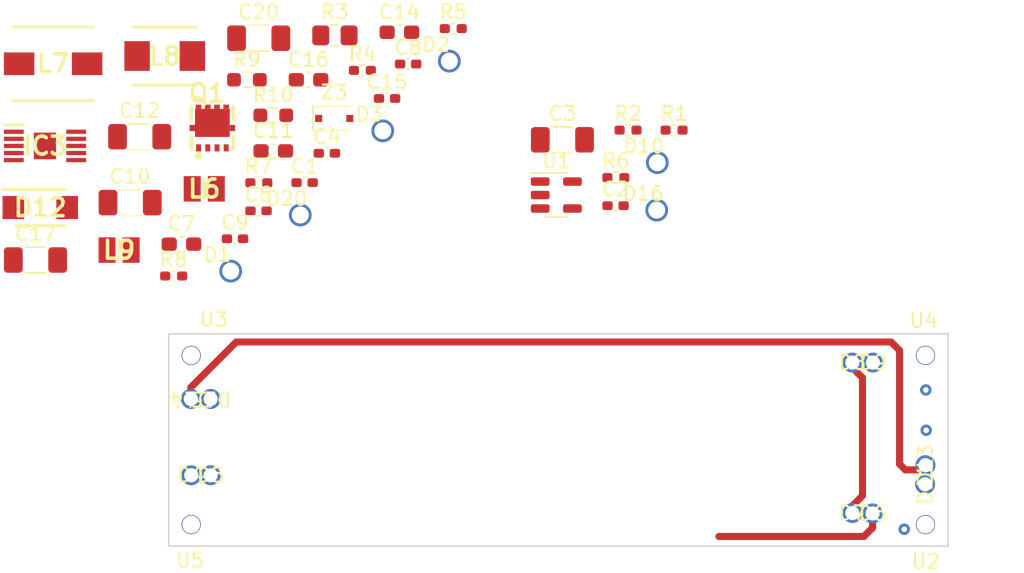
<source format=kicad_pcb>
(kicad_pcb (version 20211014) (generator pcbnew)
  (layers (0 "F.Cu" signal) (1 "In1.Cu" signal) (2 "In2.Cu" signal) (31 "B.Cu" signal) (34 "B.Paste" user) (35 "F.Paste" user) (36 "B.SilkS" user "B.Silkscreen") (37 "F.SilkS" user "F.Silkscreen") (38 "B.Mask" user) (39 "F.Mask" user) (44 "Edge.Cuts" user))
  (net 0 "")
  (net 1 "GND")
  (net 2 "Net-(C11-Pad1)")
  (net 3 "Net-(C4-Pad1)")
  (net 4 "Net-(C4-Pad2)")
  (net 5 "Net-(C6-Pad1)")
  (net 6 "Net-(C8-Pad2)")
  (net 7 "Net-(C9-Pad2)")
  (net 8 "Net-(C10-Pad1)")
  (net 9 "Net-(C14-Pad1)")
  (net 10 "Net-(C15-Pad1)")
  (net 11 "Net-(C17-Pad1)")
  (net 12 "Net-(C20-Pad1)")
  (net 13 "Net-(D4-Pad1)")
  (net 14 "Net-(D5-Pad1)")
  (net 15 "Net-(D7-Pad1)")
  (net 16 "Net-(D11-Pad1)")
  (net 17 "Net-(D12-Pad2)")
  (net 18 "Net-(D13-Pad1)")
  (net 19 "Net-(IC3-Pad3)")
  (net 20 "Net-(IC3-Pad8)")
  (net 21 "Net-(C1-Pad1)")
  (net 22 "Net-(C16-Pad1)")
  (net 23 "Net-(R3-Pad1)")
  (net 24 "Net-(L8-Pad1)")
  (net 25 "Net-(C2-Pad2)")
  (net 26 "Net-(L9-Pad1)")
  (net 27 "Net-(C3-Pad2)")
  (net 28 "Net-(Q1-Pad1)")
  (net 29 "Net-(Q1-Pad4)")
  (net 30 "Net-(IC1-Pad4)")
  (net 31 "Net-(IC1-Pad5)")
  (footprint "Flat_Wires_Pads:Wire_Hole_1mm" (layer "F.Cu") (at 102.9716 103.6574 180)
    (fp_text reference "D15" (at 0 0 180 unlocked) (layer "F.SilkS"))
    (fp_text value "Wire_Pad_01")
    (pad "1" thru_hole circle (at 0 0 180) (size 1.4 1.4) (drill 1) (layers *.Cu *.Mask) (net 27 "Net-(C3-Pad2)"))
  )
  (footprint "Capacitor_SMD:C_0402_1005Metric_Pad0.74x0.62mm_HandSolder" (layer "F.Cu") (at 104.691 92.352)
    (fp_text reference "C9" (at 0 -1.16) (layer "F.SilkS"))
    (fp_text value "C")
    (fp_line (start -0.115835 -0.36) (end 0.115835 -0.36) (layer "F.SilkS") (width 0.12))
    (fp_line (start -0.115835 0.36) (end 0.115835 0.36) (layer "F.SilkS") (width 0.12))
    (pad "1" smd roundrect (at -0.5675 0) (size 0.735 0.62) (layers "F.Cu" "F.Paste" "F.Mask") (net 23 "Net-(R3-Pad1)"))
    (pad "2" smd roundrect (at 0.5675 0) (size 0.735 0.62) (layers "F.Cu" "F.Paste" "F.Mask") (net 7 "Net-(C9-Pad2)"))
  )
  (footprint "libraries:WireHole_1p2" (layer "F.Cu") (at 134.4916 86.9826)
    (fp_text reference "D10" (at -0.95298 -1.169382 unlocked) (layer "F.SilkS"))
    (fp_text value "WireHole_1p5")
    (pad "1" thru_hole circle (at 0 0) (size 1.6 1.6) (drill 1.2) (layers *.Cu *.Mask) (net 23 "Net-(R3-Pad1)"))
  )
  (footprint "libraries:INDPM5752X300N" (layer "F.Cu") (at 91.856 80.002)
    (fp_text reference "L7" (at 0 0) (layer "F.SilkS") (effects (font (size 1.27 1.27) (thickness 0.254))))
    (fp_text value "SRP7050AA-220M" hide)
    (fp_line (start -2.85 2.6) (end 2.85 2.6) (layer "F.SilkS") (width 0.2))
    (fp_line (start 2.85 -2.6) (end -2.85 -2.6) (layer "F.SilkS") (width 0.2))
    (pad "1" smd rect locked (at -2.4 0 90) (size 1.6 2.15) (layers "F.Cu" "F.Paste" "F.Mask") (net 2 "Net-(C11-Pad1)"))
    (pad "2" smd rect locked (at 2.4 0 90) (size 1.6 2.15) (layers "F.Cu" "F.Paste" "F.Mask") (net 17 "Net-(D12-Pad2)"))
  )
  (footprint "Capacitor_SMD:C_0402_1005Metric_Pad0.74x0.62mm_HandSolder" (layer "F.Cu") (at 109.601 88.392)
    (fp_text reference "C1" (at 0 -1.16) (layer "F.SilkS"))
    (fp_text value "C")
    (fp_line (start -0.115835 0.36) (end 0.115835 0.36) (layer "F.SilkS") (width 0.12))
    (fp_line (start -0.115835 -0.36) (end 0.115835 -0.36) (layer "F.SilkS") (width 0.12))
    (pad "1" smd roundrect (at -0.5675 0) (size 0.735 0.62) (layers "F.Cu" "F.Paste" "F.Mask") (net 21 "Net-(C1-Pad1)"))
    (pad "2" smd roundrect (at 0.5675 0) (size 0.735 0.62) (layers "F.Cu" "F.Paste" "F.Mask") (net 23 "Net-(R3-Pad1)"))
  )
  (footprint "mount_holes:Hole_screw_M1p2" (layer "F.Cu") (at 153.416 112.522)
    (fp_text reference "U2" (at 0.0254 2.5908 unlocked) (layer "F.SilkS"))
    (fp_text value "Mounting_Hole_M2")
    (pad "1" thru_hole circle (at 0 0) (size 1.35 1.35) (drill 1.25) (layers *.Cu *.Mask) (net 1 "GND"))
  )
  (footprint "Capacitor_SMD:C_1206_3216Metric_Pad1.33x1.80mm_HandSolder" (layer "F.Cu") (at 127.7966 85.3676)
    (fp_text reference "C3" (at 0 -1.85) (layer "F.SilkS"))
    (fp_text value "C")
    (fp_line (start -0.711252 0.91) (end 0.711252 0.91) (layer "F.SilkS") (width 0.12))
    (fp_line (start -0.711252 -0.91) (end 0.711252 -0.91) (layer "F.SilkS") (width 0.12))
    (pad "1" smd roundrect (at -1.5625 0) (size 1.325 1.8) (layers "F.Cu" "F.Paste" "F.Mask") (roundrect_rratio 0.188679) (net 26 "Net-(L9-Pad1)"))
    (pad "2" smd roundrect (at 1.5625 0) (size 1.325 1.8) (layers "F.Cu" "F.Paste" "F.Mask") (roundrect_rratio 0.188679) (net 27 "Net-(C3-Pad2)"))
  )
  (footprint "libraries:WireHole_1p2" (layer "F.Cu") (at 119.816 79.817)
    (fp_text reference "D2" (at -0.95298 -1.169382 unlocked) (layer "F.SilkS"))
    (fp_text value "WireHole_1p5")
    (pad "1" thru_hole circle (at 0 0) (size 1.6 1.6) (drill 1.2) (layers *.Cu *.Mask) (net 8 "Net-(C10-Pad1)"))
  )
  (footprint "Flat_Wires_Pads:Wire_Hole_1mm" (layer "F.Cu") (at 102.9716 109.0422)
    (fp_text reference "D5" (at 0 0 unlocked) (layer "F.SilkS"))
    (fp_text value "Wire_Pad_01")
    (pad "1" thru_hole circle (at 0 0) (size 1.4 1.4) (drill 1) (layers *.Cu *.Mask) (net 14 "Net-(D5-Pad1)"))
  )
  (footprint "Resistor_SMD:R_0805_2012Metric_Pad1.20x1.40mm_HandSolder" (layer "F.Cu") (at 111.741 78.002)
    (fp_text reference "R3" (at 0 -1.65) (layer "F.SilkS"))
    (fp_text value "R")
    (fp_line (start -0.227064 0.735) (end 0.227064 0.735) (layer "F.SilkS") (width 0.12))
    (fp_line (start -0.227064 -0.735) (end 0.227064 -0.735) (layer "F.SilkS") (width 0.12))
    (pad "1" smd roundrect (at -1 0) (size 1.2 1.4) (layers "F.Cu" "F.Paste" "F.Mask") (roundrect_rratio 0.208333) (net 23 "Net-(R3-Pad1)"))
    (pad "2" smd roundrect (at 1 0) (size 1.2 1.4) (layers "F.Cu" "F.Paste" "F.Mask") (roundrect_rratio 0.208333) (net 13 "Net-(D4-Pad1)"))
  )
  (footprint "Flat_Wires_Pads:Wire_Hole_1mm" (layer "F.Cu") (at 148.2598 111.7092)
    (fp_text reference "D7" (at 0 0 unlocked) (layer "F.SilkS"))
    (fp_text value "Wire_Pad_01")
    (pad "1" thru_hole circle (at 0 0) (size 1.4 1.4) (drill 1) (layers *.Cu *.Mask) (net 15 "Net-(D7-Pad1)"))
  )
  (footprint "libraries:INDC2016X80N" (layer "F.Cu") (at 96.511 93.152)
    (fp_text reference "L9" (at 0 0) (layer "F.SilkS") (effects (font (size 1.27 1.27) (thickness 0.254))))
    (fp_text value "TFM201610ALC-R47MTAA" hide)
    (fp_line (start 0 -0.7) (end 0 0.7) (layer "F.SilkS") (width 0.2))
    (pad "1" smd rect locked (at -0.85 0) (size 1.2 1.8) (layers "F.Cu" "F.Paste" "F.Mask") (net 26 "Net-(L9-Pad1)"))
    (pad "2" smd rect locked (at 0.85 0) (size 1.2 1.8) (layers "F.Cu" "F.Paste" "F.Mask") (net 16 "Net-(D11-Pad1)"))
  )
  (footprint "libraries:WireHole_1p2" (layer "F.Cu") (at 109.296 90.677)
    (fp_text reference "D20" (at -0.95298 -1.169382 unlocked) (layer "F.SilkS"))
    (fp_text value "WireHole_1p5")
    (pad "1" thru_hole circle (at 0 0) (size 1.6 1.6) (drill 1.2) (layers *.Cu *.Mask) (net 19 "Net-(IC3-Pad3)"))
  )
  (footprint "Resistor_SMD:R_0603_1608Metric_Pad0.98x0.95mm_HandSolder" (layer "F.Cu") (at 107.391 83.642)
    (fp_text reference "R10" (at 0 -1.43) (layer "F.SilkS"))
    (fp_text value "R")
    (fp_line (start -0.254724 0.5225) (end 0.254724 0.5225) (layer "F.SilkS") (width 0.12))
    (fp_line (start -0.254724 -0.5225) (end 0.254724 -0.5225) (layer "F.SilkS") (width 0.12))
    (pad "1" smd roundrect (at -0.9125 0) (size 0.975 0.95) (layers "F.Cu" "F.Paste" "F.Mask") (net 28 "Net-(Q1-Pad1)"))
    (pad "2" smd roundrect (at 0.9125 0) (size 0.975 0.95) (layers "F.Cu" "F.Paste" "F.Mask") (net 23 "Net-(R3-Pad1)"))
  )
  (footprint "libraries:INDC2016X80N" (layer "F.Cu") (at 102.521 88.832)
    (fp_text reference "L6" (at 0 0) (layer "F.SilkS") (effects (font (size 1.27 1.27) (thickness 0.254))))
    (fp_text value "TFM201610ALC-R47MTAA" hide)
    (fp_line (start 0 -0.7) (end 0 0.7) (layer "F.SilkS") (width 0.2))
    (pad "1" smd rect locked (at -0.85 0) (size 1.2 1.8) (layers "F.Cu" "F.Paste" "F.Mask") (net 9 "Net-(C14-Pad1)"))
    (pad "2" smd rect locked (at 0.85 0) (size 1.2 1.8) (layers "F.Cu" "F.Paste" "F.Mask") (net 11 "Net-(C17-Pad1)"))
  )
  (footprint "libraries:INDPM4441X200N" (layer "F.Cu") (at 99.731 79.457)
    (fp_text reference "L8" (at 0 0) (layer "F.SilkS") (effects (font (size 1.27 1.27) (thickness 0.254))))
    (fp_text value "SRP4020TA-100M" hide)
    (fp_line (start -2.225 2.03) (end 2.225 2.03) (layer "F.SilkS") (width 0.2))
    (fp_line (start 2.225 -2.03) (end -2.225 -2.03) (layer "F.SilkS") (width 0.2))
    (pad "1" smd rect locked (at -1.95 0) (size 1.8 2.1) (layers "F.Cu" "F.Paste" "F.Mask") (net 24 "Net-(L8-Pad1)"))
    (pad "2" smd rect locked (at 1.95 0) (size 1.8 2.1) (layers "F.Cu" "F.Paste" "F.Mask") (net 12 "Net-(C20-Pad1)"))
  )
  (footprint "Flat_Wires_Pads:Wire_Hole_1mm" (layer "F.Cu") (at 153.416 108.331 90)
    (fp_text reference "D13" (at 0 0 90 unlocked) (layer "F.SilkS"))
    (fp_text value "Wire_Pad_01")
    (pad "1" thru_hole circle (at 0 0 90) (size 1.4 1.4) (drill 1) (layers *.Cu *.Mask) (net 18 "Net-(D13-Pad1)"))
  )
  (footprint "Capacitor_SMD:C_0603_1608Metric_Pad1.08x0.95mm_HandSolder" (layer "F.Cu") (at 100.911 92.732)
    (fp_text reference "C7" (at 0 -1.43) (layer "F.SilkS"))
    (fp_text value "C")
    (fp_line (start -0.146267 0.51) (end 0.146267 0.51) (layer "F.SilkS") (width 0.12))
    (fp_line (start -0.146267 -0.51) (end 0.146267 -0.51) (layer "F.SilkS") (width 0.12))
    (pad "1" smd roundrect (at -0.8625 0) (size 1.075 0.95) (layers "F.Cu" "F.Paste" "F.Mask") (net 8 "Net-(C10-Pad1)"))
    (pad "2" smd roundrect (at 0.8625 0) (size 1.075 0.95) (layers "F.Cu" "F.Paste" "F.Mask") (net 27 "Net-(C3-Pad2)"))
  )
  (footprint "Resistor_SMD:R_0402_1005Metric_Pad0.72x0.64mm_HandSolder" (layer "F.Cu") (at 135.6766 84.6876)
    (fp_text reference "R1" (at 0 -1.17) (layer "F.SilkS"))
    (fp_text value "R")
    (fp_line (start -0.167621 0.38) (end 0.167621 0.38) (layer "F.SilkS") (width 0.12))
    (fp_line (start -0.167621 -0.38) (end 0.167621 -0.38) (layer "F.SilkS") (width 0.12))
    (pad "1" smd roundrect (at -0.5975 0) (size 0.715 0.64) (layers "F.Cu" "F.Paste" "F.Mask") (net 30 "Net-(IC1-Pad4)"))
    (pad "2" smd roundrect (at 0.5975 0) (size 0.715 0.64) (layers "F.Cu" "F.Paste" "F.Mask") (net 27 "Net-(C3-Pad2)"))
  )
  (footprint "libraries:SODFL4626X120N" (layer "F.Cu") (at 90.946 90.152)
    (fp_text reference "D12" (at 0 0) (layer "F.SilkS") (effects (font (size 1.27 1.27) (thickness 0.254))))
    (fp_text value "SS36" hide)
    (fp_line (start -1.75 1.275) (end 1.75 1.275) (layer "F.SilkS") (width 0.2))
    (fp_line (start -2.665 -1.275) (end 1.75 -1.275) (layer "F.SilkS") (width 0.2))
    (pad "1" smd rect locked (at -1.9 0) (size 1.53 1.63) (layers "F.Cu" "F.Paste" "F.Mask") (net 11 "Net-(C17-Pad1)"))
    (pad "2" smd rect locked (at 1.9 0) (size 1.53 1.63) (layers "F.Cu" "F.Paste" "F.Mask") (net 17 "Net-(D12-Pad2)"))
  )
  (footprint "Flat_Wires_Pads:Wire_Hole_1mm" (layer "F.Cu") (at 101.5746 103.6574 180)
    (fp_text reference "D14" (at 0 0 180 unlocked) (layer "F.SilkS"))
    (fp_text value "Wire_Pad_01")
    (pad "1" thru_hole circle (at 0 0 180) (size 1.4 1.4) (drill 1) (layers *.Cu *.Mask) (net 18 "Net-(D13-Pad1)"))
  )
  (footprint "Resistor_SMD:R_0402_1005Metric_Pad0.72x0.64mm_HandSolder" (layer "F.Cu") (at 113.681 80.472)
    (fp_text reference "R4" (at 0 -1.17) (layer "F.SilkS"))
    (fp_text value "R")
    (fp_line (start -0.167621 0.38) (end 0.167621 0.38) (layer "F.SilkS") (width 0.12))
    (fp_line (start -0.167621 -0.38) (end 0.167621 -0.38) (layer "F.SilkS") (width 0.12))
    (pad "1" smd roundrect (at -0.5975 0) (size 0.715 0.64) (layers "F.Cu" "F.Paste" "F.Mask") (net 13 "Net-(D4-Pad1)"))
    (pad "2" smd roundrect (at 0.5975 0) (size 0.715 0.64) (layers "F.Cu" "F.Paste" "F.Mask") (net 3 "Net-(C4-Pad1)"))
  )
  (footprint "libraries:DFN_3X3_EP" (layer "F.Cu") (at 103.093 84.537)
    (fp_text reference "Q1" (at -0.366 -2.426) (layer "F.SilkS") (effects (font (size 1.27 1.27) (thickness 0.254))))
    (fp_text value "AON7407" hide)
    (fp_line (start -1.5 1.5) (end -1.5 0.6) (layer "F.SilkS") (width 0.254))
    (fp_line (start 1.5 1.5) (end 1.5 0.6) (layer "F.SilkS") (width 0.254))
    (fp_line (start -1.5 -1.5) (end -1.5 -0.6) (layer "F.SilkS") (width 0.254))
    (fp_line (start 1.5 -1.5) (end 1.5 -0.6) (layer "F.SilkS") (width 0.254))
    (fp_circle (center -0.976 1.967) (end -0.976 1.994) (layer "F.SilkS") (width 0.254) (fill none))
    (pad "1" smd rect locked (at -0.975 1.4) (size 0.35 0.5) (layers "F.Cu" "F.Paste" "F.Mask") (net 28 "Net-(Q1-Pad1)"))
    (pad "2" smd rect locked (at -0.325 1.4) (size 0.35 0.5) (layers "F.Cu" "F.Paste" "F.Mask") (net 28 "Net-(Q1-Pad1)"))
    (pad "3" smd rect locked (at 0.325 1.4) (size 0.35 0.5) (layers "F.Cu" "F.Paste" "F.Mask") (net 28 "Net-(Q1-Pad1)"))
    (pad "4" smd rect locked (at 0.975 1.4) (size 0.35 0.5) (layers "F.Cu" "F.Paste" "F.Mask") (net 29 "Net-(Q1-Pad4)"))
    (pad "5" smd rect locked (at 0.975 -1.5 90) (size 0.3 0.4) (layers "F.Cu" "F.Paste" "F.Mask") (net 17 "Net-(D12-Pad2)"))
    (pad "6" smd rect locked (at 0.325 -1.5 90) (size 0.3 0.4) (layers "F.Cu" "F.Paste" "F.Mask") (net 17 "Net-(D12-Pad2)"))
    (pad "7" smd rect locked (at -0.325 -1.5 90) (size 0.3 0.4) (layers "F.Cu" "F.Paste" "F.Mask") (net 17 "Net-(D12-Pad2)"))
    (pad "8" smd rect locked (at -0.975 -1.5 90) (size 0.3 0.4) (layers "F.Cu" "F.Paste" "F.Mask") (net 17 "Net-(D12-Pad2)"))
    (pad "9" smd rect locked (at -1.415 0) (size 0.38 0.43) (layers "F.Cu" "F.Paste" "F.Mask"))
    (pad "10" smd rect locked (at 0 -0.36 90) (size 1.98 2.45) (layers "F.Cu" "F.Paste" "F.Mask"))
    (pad "11" smd rect locked (at 1.415 0) (size 0.38 0.43) (layers "F.Cu" "F.Paste" "F.Mask"))
  )
  (footprint "Resistor_SMD:R_0402_1005Metric_Pad0.72x0.64mm_HandSolder" (layer "F.Cu") (at 120.091 77.522)
    (fp_text reference "R5" (at 0 -1.17) (layer "F.SilkS"))
    (fp_text value "R")
    (fp_line (start -0.167621 -0.38) (end 0.167621 -0.38) (layer "F.SilkS") (width 0.12))
    (fp_line (start -0.167621 0.38) (end 0.167621 0.38) (layer "F.SilkS") (width 0.12))
    (pad "1" smd roundrect (at -0.5975 0) (size 0.715 0.64) (layers "F.Cu" "F.Paste" "F.Mask") (net 3 "Net-(C4-Pad1)"))
    (pad "2" smd roundrect (at 0.5975 0) (size 0.715 0.64) (layers "F.Cu" "F.Paste" "F.Mask") (net 5 "Net-(C6-Pad1)"))
  )
  (footprint "Capacitor_SMD:C_0402_1005Metric_Pad0.74x0.62mm_HandSolder" (layer "F.Cu") (at 116.911 80.022)
    (fp_text reference "C8" (at 0 -1.16) (layer "F.SilkS"))
    (fp_text value "C")
    (fp_line (start -0.115835 -0.36) (end 0.115835 -0.36) (layer "F.SilkS") (width 0.12))
    (fp_line (start -0.115835 0.36) (end 0.115835 0.36) (layer "F.SilkS") (width 0.12))
    (pad "1" smd roundrect (at -0.5675 0) (size 0.735 0.62) (layers "F.Cu" "F.Paste" "F.Mask") (net 23 "Net-(R3-Pad1)"))
    (pad "2" smd roundrect (at 0.5675 0) (size 0.735 0.62) (layers "F.Cu" "F.Paste" "F.Mask") (net 6 "Net-(C8-Pad2)"))
  )
  (footprint "Capacitor_SMD:C_0402_1005Metric_Pad0.74x0.62mm_HandSolder" (layer "F.Cu") (at 111.171 86.322)
    (fp_text reference "C4" (at 0 -1.16) (layer "F.SilkS"))
    (fp_text value "C")
    (fp_line (start -0.115835 -0.36) (end 0.115835 -0.36) (layer "F.SilkS") (width 0.12))
    (fp_line (start -0.115835 0.36) (end 0.115835 0.36) (layer "F.SilkS") (width 0.12))
    (pad "1" smd roundrect (at -0.5675 0) (size 0.735 0.62) (layers "F.Cu" "F.Paste" "F.Mask") (net 3 "Net-(C4-Pad1)"))
    (pad "2" smd roundrect (at 0.5675 0) (size 0.735 0.62) (layers "F.Cu" "F.Paste" "F.Mask") (net 4 "Net-(C4-Pad2)"))
  )
  (footprint "Package_TO_SOT_SMD:SOT-23-5" (layer "F.Cu") (at 127.3666 89.2676)
    (fp_text reference "U1" (at 0 -2.4) (layer "F.SilkS"))
    (fp_text value "INA138")
    (fp_line (start 0 1.56) (end 0.8 1.56) (layer "F.SilkS") (width 0.12))
    (fp_line (start 0 1.56) (end -0.8 1.56) (layer "F.SilkS") (width 0.12))
    (fp_line (start 0 -1.56) (end 0.8 -1.56) (layer "F.SilkS") (width 0.12))
    (fp_line (start 0 -1.56) (end -1.8 -1.56) (layer "F.SilkS") (width 0.12))
    (pad "1" smd roundrect (at -1.1375 -0.95) (size 1.325 0.6) (layers "F.Cu" "F.Paste" "F.Mask") (net 31 "Net-(IC1-Pad5)"))
    (pad "2" smd roundrect (at -1.1375 0) (size 1.325 0.6) (layers "F.Cu" "F.Paste" "F.Mask") (net 27 "Net-(C3-Pad2)"))
    (pad "3" smd roundrect (at -1.1375 0.95) (size 1.325 0.6) (layers "F.Cu" "F.Paste" "F.Mask") (net 12 "Net-(C20-Pad1)"))
    (pad "4" smd roundrect (at 1.1375 0.95) (size 1.325 0.6) (layers "F.Cu" "F.Paste" "F.Mask") (net 26 "Net-(L9-Pad1)"))
    (pad "5" smd roundrect (at 1.1375 -0.95) (size 1.325 0.6) (layers "F.Cu" "F.Paste" "F.Mask") (net 8 "Net-(C10-Pad1)"))
  )
  (footprint "Flat_Wires_Pads:Wire_Hole_1mm" (layer "F.Cu") (at 149.6822 111.7346)
    (fp_text reference "D6" (at 0 0 unlocked) (layer "F.SilkS"))
    (fp_text value "Wire_Pad_01")
    (pad "1" thru_hole circle (at 0 0) (size 1.4 1.4) (drill 1) (layers *.Cu *.Mask) (net 14 "Net-(D5-Pad1)"))
  )
  (footprint "Resistor_SMD:R_0402_1005Metric_Pad0.72x0.64mm_HandSolder" (layer "F.Cu") (at 132.4266 84.6876)
    (fp_text reference "R2" (at 0 -1.17) (layer "F.SilkS"))
    (fp_text value "R")
    (fp_line (start -0.167621 -0.38) (end 0.167621 -0.38) (layer "F.SilkS") (width 0.12))
    (fp_line (start -0.167621 0.38) (end 0.167621 0.38) (layer "F.SilkS") (width 0.12))
    (pad "1" smd roundrect (at -0.5975 0) (size 0.715 0.64) (layers "F.Cu" "F.Paste" "F.Mask") (net 12 "Net-(C20-Pad1)"))
    (pad "2" smd roundrect (at 0.5975 0) (size 0.715 0.64) (layers "F.Cu" "F.Paste" "F.Mask") (net 26 "Net-(L9-Pad1)"))
  )
  (footprint "Capacitor_SMD:C_1206_3216Metric_Pad1.33x1.80mm_HandSolder" (layer "F.Cu") (at 106.361 78.202)
    (fp_text reference "C20" (at 0 -1.85) (layer "F.SilkS"))
    (fp_text value "C")
    (fp_line (start -0.711252 -0.91) (end 0.711252 -0.91) (layer "F.SilkS") (width 0.12))
    (fp_line (start -0.711252 0.91) (end 0.711252 0.91) (layer "F.SilkS") (width 0.12))
    (pad "1" smd roundrect (at -1.5625 0) (size 1.325 1.8) (layers "F.Cu" "F.Paste" "F.Mask") (roundrect_rratio 0.188679) (net 12 "Net-(C20-Pad1)"))
    (pad "2" smd roundrect (at 1.5625 0) (size 1.325 1.8) (layers "F.Cu" "F.Paste" "F.Mask") (roundrect_rratio 0.188679) (net 27 "Net-(C3-Pad2)"))
  )
  (footprint "Flat_Wires_Pads:Wire_Hole_1mm" (layer "F.Cu") (at 101.6 109.0422)
    (fp_text reference "D4" (at 0 0 unlocked) (layer "F.SilkS"))
    (fp_text value "Wire_Pad_01")
    (pad "1" thru_hole circle (at 0 0) (size 1.4 1.4) (drill 1) (layers *.Cu *.Mask) (net 13 "Net-(D4-Pad1)"))
  )
  (footprint "Capacitor_SMD:C_0402_1005Metric_Pad0.74x0.62mm_HandSolder" (layer "F.Cu") (at 106.351 90.382)
    (fp_text reference "C6" (at 0 -1.16) (layer "F.SilkS"))
    (fp_text value "C")
    (fp_line (start -0.115835 0.36) (end 0.115835 0.36) (layer "F.SilkS") (width 0.12))
    (fp_line (start -0.115835 -0.36) (end 0.115835 -0.36) (layer "F.SilkS") (width 0.12))
    (pad "1" smd roundrect (at -0.5675 0) (size 0.735 0.62) (layers "F.Cu" "F.Paste" "F.Mask") (net 5 "Net-(C6-Pad1)"))
    (pad "2" smd roundrect (at 0.5675 0) (size 0.735 0.62) (layers "F.Cu" "F.Paste" "F.Mask") (net 4 "Net-(C4-Pad2)"))
  )
  (footprint "mount_holes:Hole_screw_M1p2" (layer "F.Cu") (at 101.6 112.522)
    (fp_text reference "U5" (at -0.0762 2.5146 unlocked) (layer "F.SilkS"))
    (fp_text value "Mounting_Hole_M2")
    (pad "1" thru_hole circle (at 0 0) (size 1.35 1.35) (drill 1.25) (layers *.Cu *.Mask) (net 1 "GND"))
  )
  (footprint "Resistor_SMD:R_0402_1005Metric_Pad0.72x0.64mm_HandSolder" (layer "F.Cu") (at 106.371 88.402)
    (fp_text reference "R7" (at 0 -1.17) (layer "F.SilkS"))
    (fp_text value "R")
    (fp_line (start -0.167621 -0.38) (end 0.167621 -0.38) (layer "F.SilkS") (width 0.12))
    (fp_line (start -0.167621 0.38) (end 0.167621 0.38) (layer "F.SilkS") (width 0.12))
    (pad "1" smd roundrect (at -0.5975 0) (size 0.715 0.64) (layers "F.Cu" "F.Paste" "F.Mask") (net 6 "Net-(C8-Pad2)"))
    (pad "2" smd roundrect (at 0.5975 0) (size 0.715 0.64) (layers "F.Cu" "F.Paste" "F.Mask") (net 22 "Net-(C16-Pad1)"))
  )
  (footprint "mount_holes:Hole_screw_M1p2" (layer "F.Cu") (at 153.416 100.584)
    (fp_text reference "U4" (at -0.127 -2.4638 unlocked) (layer "F.SilkS"))
    (fp_text value "Mounting_Hole_M2")
    (pad "1" thru_hole circle (at 0 0) (size 1.35 1.35) (drill 1.25) (layers *.Cu *.Mask) (net 1 "GND"))
  )
  (footprint "mount_holes:Hole_screw_M1p2" (layer "F.Cu") (at 101.6 100.584)
    (fp_text reference "U3" (at 1.6002 -2.54 unlocked) (layer "F.SilkS"))
    (fp_text value "Mounting_Hole_M2")
    (pad "1" thru_hole circle (at 0 0) (size 1.35 1.35) (drill 1.25) (layers *.Cu *.Mask) (net 1 "GND"))
  )
  (footprint "libraries:WireHole_1p2" (layer "F.Cu") (at 115.116 84.737)
    (fp_text reference "D3" (at -0.95298 -1.169382 unlocked) (layer "F.SilkS"))
    (fp_text value "WireHole_1p5")
    (pad "1" thru_hole circle (at 0 0) (size 1.6 1.6) (drill 1.2) (layers *.Cu *.Mask) (net 1 "GND"))
  )
  (footprint "Capacitor_SMD:C_1206_3216Metric_Pad1.33x1.80mm_HandSolder" (layer "F.Cu") (at 90.611 93.852)
    (fp_text reference "C17" (at 0 -1.85) (layer "F.SilkS"))
    (fp_text value "C")
    (fp_line (start -0.711252 -0.91) (end 0.711252 -0.91) (layer "F.SilkS") (width 0.12))
    (fp_line (start -0.711252 0.91) (end 0.711252 0.91) (layer "F.SilkS") (width 0.12))
    (pad "1" smd roundrect (at -1.5625 0) (size 1.325 1.8) (layers "F.Cu" "F.Paste" "F.Mask") (roundrect_rratio 0.188679) (net 11 "Net-(C17-Pad1)"))
    (pad "2" smd roundrect (at 1.5625 0) (size 1.325 1.8) (layers "F.Cu" "F.Paste" "F.Mask") (roundrect_rratio 0.188679) (net 23 "Net-(R3-Pad1)"))
  )
  (footprint "Capacitor_SMD:C_1206_3216Metric_Pad1.33x1.80mm_HandSolder" (layer "F.Cu") (at 97.961 85.152)
    (fp_text reference "C12" (at 0 -1.85) (layer "F.SilkS"))
    (fp_text value "C")
    (fp_line (start -0.711252 -0.91) (end 0.711252 -0.91) (layer "F.SilkS") (width 0.12))
    (fp_line (start -0.711252 0.91) (end 0.711252 0.91) (layer "F.SilkS") (width 0.12))
    (pad "1" smd roundrect (at -1.5625 0) (size 1.325 1.8) (layers "F.Cu" "F.Paste" "F.Mask") (roundrect_rratio 0.188679) (net 2 "Net-(C11-Pad1)"))
    (pad "2" smd roundrect (at 1.5625 0) (size 1.325 1.8) (layers "F.Cu" "F.Paste" "F.Mask") (roundrect_rratio 0.188679) (net 23 "Net-(R3-Pad1)"))
  )
  (footprint "Resistor_SMD:R_0402_1005Metric_Pad0.72x0.64mm_HandSolder" (layer "F.Cu") (at 131.5666 88.0376)
    (fp_text reference "R6" (at 0 -1.17) (layer "F.SilkS"))
    (fp_text value "R")
    (fp_line (start -0.167621 0.38) (end 0.167621 0.38) (layer "F.SilkS") (width 0.12))
    (fp_line (start -0.167621 -0.38) (end 0.167621 -0.38) (layer "F.SilkS") (width 0.12))
    (pad "1" smd roundrect (at -0.5975 0) (size 0.715 0.64) (layers "F.Cu" "F.Paste" "F.Mask") (net 27 "Net-(C3-Pad2)"))
    (pad "2" smd roundrect (at 0.5975 0) (size 0.715 0.64) (layers "F.Cu" "F.Paste" "F.Mask") (net 31 "Net-(IC1-Pad5)"))
  )
  (footprint "libraries:WireHole_1p2" (layer "F.Cu") (at 104.386 94.637)
    (fp_text reference "D1" (at -0.95298 -1.169382 unlocked) (layer "F.SilkS"))
    (fp_text value "WireHole_1p5")
    (pad "1" thru_hole circle (at 0 0) (size 1.6 1.6) (drill 1.2) (layers *.Cu *.Mask) (net 2 "Net-(C11-Pad1)"))
  )
  (footprint "Capacitor_SMD:C_0603_1608Metric_Pad1.08x0.95mm_HandSolder" (layer "F.Cu") (at 109.881 81.132)
    (fp_text reference "C16" (at 0 -1.43) (layer "F.SilkS"))
    (fp_text value "C")
    (fp_line (start -0.146267 -0.51) (end 0.146267 -0.51) (layer "F.SilkS") (width 0.12))
    (fp_line (start -0.146267 0.51) (end 0.146267 0.51) (layer "F.SilkS") (width 0.12))
    (pad "1" smd roundrect (at -0.8625 0) (size 1.075 0.95) (layers "F.Cu" "F.Paste" "F.Mask") (net 22 "Net-(C16-Pad1)"))
    (pad "2" smd roundrect (at 0.8625 0) (size 1.075 0.95) (layers "F.Cu" "F.Paste" "F.Mask") (net 23 "Net-(R3-Pad1)"))
  )
  (footprint "Flat_Wires_Pads:Wire_Hole_1mm" (layer "F.Cu") (at 148.2598 101.092)
    (fp_text reference "D8" (at 0 0 unlocked) (layer "F.SilkS"))
    (fp_text value "Wire_Pad_01")
    (pad "1" thru_hole circle (at 0 0) (size 1.4 1.4) (drill 1) (layers *.Cu *.Mask) (net 15 "Net-(D7-Pad1)"))
  )
  (footprint "Resistor_SMD:R_0603_1608Metric_Pad0.98x0.95mm_HandSolder" (layer "F.Cu") (at 105.531 81.132)
    (fp_text reference "R9" (at 0 -1.43) (layer "F.SilkS"))
    (fp_text value "R")
    (fp_line (start -0.254724 -0.5225) (end 0.254724 -0.5225) (layer "F.SilkS") (width 0.12))
    (fp_line (start -0.254724 0.5225) (end 0.254724 0.5225) (layer "F.SilkS") (width 0.12))
    (pad "1" smd roundrect (at -0.9125 0) (size 0.975 0.95) (layers "F.Cu" "F.Paste" "F.Mask") (net 10 "Net-(C15-Pad1)"))
    (pad "2" smd roundrect (at 0.9125 0) (size 0.975 0.95) (layers "F.Cu" "F.Paste" "F.Mask") (net 28 "Net-(Q1-Pad1)"))
  )
  (footprint "Capacitor_SMD:C_0402_1005Metric_Pad0.74x0.62mm_HandSolder" (layer "F.Cu") (at 131.5466 90.0176)
    (fp_text reference "C2" (at 0 -1.16) (layer "F.SilkS"))
    (fp_text value "C")
    (fp_line (start -0.115835 -0.36) (end 0.115835 -0.36) (layer "F.SilkS") (width 0.12))
    (fp_line (start -0.115835 0.36) (end 0.115835 0.36) (layer "F.SilkS") (width 0.12))
    (pad "1" smd roundrect (at -0.5675 0) (size 0.735 0.62) (layers "F.Cu" "F.Paste" "F.Mask") (net 24 "Net-(L8-Pad1)"))
    (pad "2" smd roundrect (at 0.5675 0) (size 0.735 0.62) (layers "F.Cu" "F.Paste" "F.Mask") (net 25 "Net-(C2-Pad2)"))
  )
  (footprint "libraries:SOP50P490X110-11N" (layer "F.Cu") (at 91.281 85.802)
    (fp_text reference "IC3" (at 0 0) (layer "F.SilkS") (effects (font (size 1.27 1.27) (thickness 0.254))))
    (fp_text value "TPS40211QDGQRQ1" hide)
    (fp_line (start -2.9 -1.5) (end -1.5 -1.5) (layer "F.SilkS") (width 0.2))
    (pad "1" smd rect locked (at -2.2 -1 90) (size 0.3 1.4) (layers "F.Cu" "F.Paste" "F.Mask") (net 6 "Net-(C8-Pad2)"))
    (pad "2" smd rect locked (at -2.2 -0.5 90) (size 0.3 1.4) (layers "F.Cu" "F.Paste" "F.Mask") (net 7 "Net-(C9-Pad2)"))
    (pad "3" smd rect locked (at -2.2 0 90) (size 0.3 1.4) (layers "F.Cu" "F.Paste" "F.Mask") (net 19 "Net-(IC3-Pad3)"))
    (pad "4" smd rect locked (at -2.2 0.5 90) (size 0.3 1.4) (layers "F.Cu" "F.Paste" "F.Mask") (net 4 "Net-(C4-Pad2)"))
    (pad "5" smd rect locked (at -2.2 1 90) (size 0.3 1.4) (layers "F.Cu" "F.Paste" "F.Mask") (net 3 "Net-(C4-Pad1)"))
    (pad "6" smd rect locked (at 2.2 1 90) (size 0.3 1.4) (layers "F.Cu" "F.Paste" "F.Mask") (net 23 "Net-(R3-Pad1)"))
    (pad "7" smd rect locked (at 2.2 0.5 90) (size 0.3 1.4) (layers "F.Cu" "F.Paste" "F.Mask") (net 10 "Net-(C15-Pad1)"))
    (pad "8" smd rect locked (at 2.2 0 90) (size 0.3 1.4) (layers "F.Cu" "F.Paste" "F.Mask") (net 20 "Net-(IC3-Pad8)"))
    (pad "9" smd rect locked (at 2.2 -0.5 90) (size 0.3 1.4) (layers "F.Cu" "F.Paste" "F.Mask") (net 21 "Net-(C1-Pad1)"))
    (pad "10" smd rect locked (at 2.2 -1 90) (size 0.3 1.4) (layers "F.Cu" "F.Paste" "F.Mask") (net 22 "Net-(C16-Pad1)"))
    (pad "11" smd rect locked (at 0 0) (size 1.57 1.88) (layers "F.Cu" "F.Paste" "F.Mask") (net 23 "Net-(R3-Pad1)"))
  )
  (footprint "Flat_Wires_Pads:Wire_Hole_1mm" (layer "F.Cu") (at 153.3906 109.6772 90)
    (fp_text reference "D11" (at 0 0 90 unlocked) (layer "F.SilkS"))
    (fp_text value "Wire_Pad_01")
    (pad "1" thru_hole circle (at 0 0 90) (size 1.4 1.4) (drill 1) (layers *.Cu *.Mask) (net 16 "Net-(D11-Pad1)"))
  )
  (footprint "Flat_Wires_Pads:Wire_Hole_1mm" (layer "F.Cu") (at 149.7076 101.092)
    (fp_text reference "D9" (at 0 0 unlocked) (layer "F.SilkS"))
    (fp_text value "Wire_Pad_01")
    (pad "1" thru_hole circle (at 0 0) (size 1.4 1.4) (drill 1) (layers *.Cu *.Mask) (net 9 "Net-(C14-Pad1)"))
  )
  (footprint "Capacitor_SMD:C_0402_1005Metric_Pad0.74x0.62mm_HandSolder" (layer "F.Cu") (at 115.421 82.452)
    (fp_text reference "C15" (at 0 -1.16) (layer "F.SilkS"))
    (fp_text value "C")
    (fp_line (start -0.115835 -0.36) (end 0.115835 -0.36) (layer "F.SilkS") (width 0.12))
    (fp_line (start -0.115835 0.36) (end 0.115835 0.36) (layer "F.SilkS") (width 0.12))
    (pad "1" smd roundrect (at -0.5675 0) (size 0.735 0.62) (layers "F.Cu" "F.Paste" "F.Mask") (net 10 "Net-(C15-Pad1)"))
    (pad "2" smd roundrect (at 0.5675 0) (size 0.735 0.62) (layers "F.Cu" "F.Paste" "F.Mask") (net 23 "Net-(R3-Pad1)"))
  )
  (footprint "Resistor_SMD:R_0402_1005Metric_Pad0.72x0.64mm_HandSolder" (layer "F.Cu") (at 100.361 94.982)
    (fp_text reference "R8" (at 0 -1.17) (layer "F.SilkS"))
    (fp_text value "R")
    (fp_line (start -0.167621 -0.38) (end 0.167621 -0.38) (layer "F.SilkS") (width 0.12))
    (fp_line (start -0.167621 0.38) (end 0.167621 0.38) (layer "F.SilkS") (width 0.12))
    (pad "1" smd roundrect (at -0.5975 0) (size 0.715 0.64) (layers "F.Cu" "F.Paste" "F.Mask") (net 20 "Net-(IC3-Pad8)"))
    (pad "2" smd roundrect (at 0.5975 0) (size 0.715 0.64) (layers "F.Cu" "F.Paste" "F.Mask") (net 29 "Net-(Q1-Pad4)"))
  )
  (footprint "Capacitor_SMD:C_1206_3216Metric_Pad1.33x1.80mm_HandSolder" (layer "F.Cu") (at 97.291 89.802)
    (fp_text reference "C10" (at 0 -1.85) (layer "F.SilkS"))
    (fp_text value "C")
    (fp_line (start -0.711252 -0.91) (end 0.711252 -0.91) (layer "F.SilkS") (width 0.12))
    (fp_line (start -0.711252 0.91) (end 0.711252 0.91) (layer "F.SilkS") (width 0.12))
    (pad "1" smd roundrect (at -1.5625 0) (size 1.325 1.8) (layers "F.Cu" "F.Paste" "F.Mask") (roundrect_rratio 0.188679) (net 8 "Net-(C10-Pad1)"))
    (pad "2" smd roundrect (at 1.5625 0) (size 1.325 1.8) (layers "F.Cu" "F.Paste" "F.Mask") (roundrect_rratio 0.188679) (net 27 "Net-(C3-Pad2)"))
  )
  (footprint "Diode_SMD:D_SOD-323F" (layer "F.Cu") (at 111.691 83.862)
    (fp_text reference "Z3" (at 0 -1.85) (layer "F.SilkS"))
    (fp_text value "BZT52-C5V1J")
    (fp_line (start -1.5 -0.85) (end 1.05 -0.85) (layer "F.SilkS") (width 0.12))
    (fp_line (start -1.5 0.85) (end 1.05 0.85) (layer "F.SilkS") (width 0.12))
    (fp_line (start -1.5 -0.85) (end -1.5 0.85) (layer "F.SilkS") (width 0.12))
    (pad "1" smd rect (at -1.1 0) (size 0.5 0.5) (layers "F.Cu" "F.Paste" "F.Mask") (net 11 "Net-(C17-Pad1)"))
    (pad "2" smd rect (at 1.1 0) (size 0.5 0.5) (layers "F.Cu" "F.Paste" "F.Mask") (net 10 "Net-(C15-Pad1)"))
  )
  (footprint "Capacitor_SMD:C_0603_1608Metric_Pad1.08x0.95mm_HandSolder" (layer "F.Cu") (at 107.391 86.152)
    (fp_text reference "C11" (at 0 -1.43) (layer "F.SilkS"))
    (fp_text value "C")
    (fp_line (start -0.146267 0.51) (end 0.146267 0.51) (layer "F.SilkS") (width 0.12))
    (fp_line (start -0.146267 -0.51) (end 0.146267 -0.51) (layer "F.SilkS") (width 0.12))
    (pad "1" smd roundrect (at -0.8625 0) (size 1.075 0.95) (layers "F.Cu" "F.Paste" "F.Mask") (net 2 "Net-(C11-Pad1)"))
    (pad "2" smd roundrect (at 0.8625 0) (size 1.075 0.95) (layers "F.Cu" "F.Paste" "F.Mask") (net 23 "Net-(R3-Pad1)"))
  )
  (footprint "Capacitor_SMD:C_0603_1608Metric_Pad1.08x0.95mm_HandSolder" (layer "F.Cu") (at 116.291 77.782)
    (fp_text reference "C14" (at 0 -1.43) (layer "F.SilkS"))
    (fp_text value "C")
    (fp_line (start -0.146267 0.51) (end 0.146267 0.51) (layer "F.SilkS") (width 0.12))
    (fp_line (start -0.146267 -0.51) (end 0.146267 -0.51) (layer "F.SilkS") (width 0.12))
    (pad "1" smd roundrect (at -0.8625 0) (size 1.075 0.95) (layers "F.Cu" "F.Paste" "F.Mask") (net 9 "Net-(C14-Pad1)"))
    (pad "2" smd roundrect (at 0.8625 0) (size 1.075 0.95) (layers "F.Cu" "F.Paste" "F.Mask") (net 23 "Net-(R3-Pad1)"))
  )
  (footprint "libraries:WireHole_1p2" (layer "F.Cu") (at 134.4516 90.3326)
    (fp_text reference "D16" (at -0.95298 -1.169382 unlocked) (layer "F.SilkS"))
    (fp_text value "WireHole_1p5")
    (pad "1" thru_hole circle (at 0 0) (size 1.6 1.6) (drill 1.2) (layers *.Cu *.Mask) (net 27 "Net-(C3-Pad2)"))
  )
  (gr_line (start 100.008 114.046) (end 155.008 114.046) (layer "Edge.Cuts") (width 0.1))
  (gr_line (start 155.008 114.046) (end 155.008 99.06) (layer "Edge.Cuts") (width 0.1))
  (gr_line (start 100.008 99.06) (end 155.008 99.06) (layer "Edge.Cuts") (width 0.1))
  (gr_line (start 100.008 99.06) (end 100.008 114.046) (layer "Edge.Cuts") (width 0.1))
  (via (at 151.9174 112.8522) (size 0.8) (drill 0.4) (layers "F.Cu" "B.Cu") (net 1))
  (via (at 153.4414 103.0224) (size 0.8) (drill 0.4) (layers "F.Cu" "B.Cu") (net 1))
  (via (at 153.4668 105.8672) (size 0.8) (drill 0.4) (layers "F.Cu" "B.Cu") (net 1))
  (via (at 149.6822 101.092) (size 1.2) (drill 0.8) (layers "F.Cu" "B.Cu") (net 9))
  (segment (start 149.0726 113.3602) (end 138.8364 113.3602) (width 0.5) (layer "F.Cu") (net 14))
  (segment (start 149.6822 111.76) (end 149.6822 112.7506) (width 0.5) (layer "F.Cu") (net 14))
  (segment (start 149.6822 112.7506) (end 149.0726 113.3602) (width 0.5) (layer "F.Cu") (net 14))
  (via (at 149.6822 111.76) (size 1.2) (drill 0.8) (layers "F.Cu" "B.Cu") (net 14))
  (via (at 102.9716 109.0676) (size 1.2) (drill 0.8) (layers "F.Cu" "B.Cu") (net 14))
  (via (at 101.6 109.0422) (size 1.2) (drill 0.8) (layers "F.Cu" "B.Cu") (net 14))
  (segment (start 147.9648 111.4962) (end 147.9648 111.7346) (width 0.5) (layer "F.Cu") (net 15))
  (segment (start 148.971 110.49) (end 147.9648 111.4962) (width 0.5) (layer "F.Cu") (net 15))
  (segment (start 148.2852 101.092) (end 148.2852 101.479581) (width 0.5) (layer "F.Cu") (net 15))
  (segment (start 148.2852 101.479581) (end 148.971 102.165381) (width 0.5) (layer "F.Cu") (net 15))
  (segment (start 148.971 102.165381) (end 148.971 110.49) (width 0.5) (layer "F.Cu") (net 15))
  (via (at 148.2598 111.7346) (size 1.2) (drill 0.8) (layers "F.Cu" "B.Cu") (net 15))
  (via (at 148.2852 101.092) (size 1.2) (drill 0.8) (layers "F.Cu" "B.Cu") (net 15))
  (segment (start 152.9588 108.6612) (end 153.416 108.204) (width 0.5) (layer "F.Cu") (net 18))
  (segment (start 101.5746 102.8446) (end 101.5746 103.6574) (width 0.5) (layer "F.Cu") (net 18))
  (segment (start 151.9936 108.6612) (end 152.9588 108.6612) (width 0.5) (layer "F.Cu") (net 18))
  (segment (start 104.755311 99.663889) (end 101.5746 102.8446) (width 0.5) (layer "F.Cu") (net 18))
  (segment (start 151.5872 100.2284) (end 151.5872 108.2548) (width 0.5) (layer "F.Cu") (net 18))
  (segment (start 150.997289 99.638489) (end 104.780711 99.638489) (width 0.5) (layer "F.Cu") (net 18))
  (segment (start 101.5746 103.6574) (end 101.4984 103.6574) (width 0.5) (layer "F.Cu") (net 18))
  (segment (start 101.3968 103.2764) (end 101.3968 103.6574) (width 0.5) (layer "F.Cu") (net 18))
  (segment (start 151.003 99.6442) (end 151.5872 100.2284) (width 0.5) (layer "F.Cu") (net 18))
  (segment (start 151.5872 108.2548) (end 151.9936 108.6612) (width 0.5) (layer "F.Cu") (net 18))
  (via (at 101.5492 103.6574) (size 1.2) (drill 0.8) (layers "F.Cu" "B.Cu") (net 18))
  (via (at 102.997 103.6574) (size 1.2) (drill 0.8) (layers "F.Cu" "B.Cu") (net 18))
  (via (at 153.4414 109.6772) (size 1.2) (drill 0.8) (layers "F.Cu" "B.Cu") (net 18))
  (via (at 153.416 108.3056) (size 1.2) (drill 0.8) (layers "F.Cu" "B.Cu") (net 18))
)
</source>
